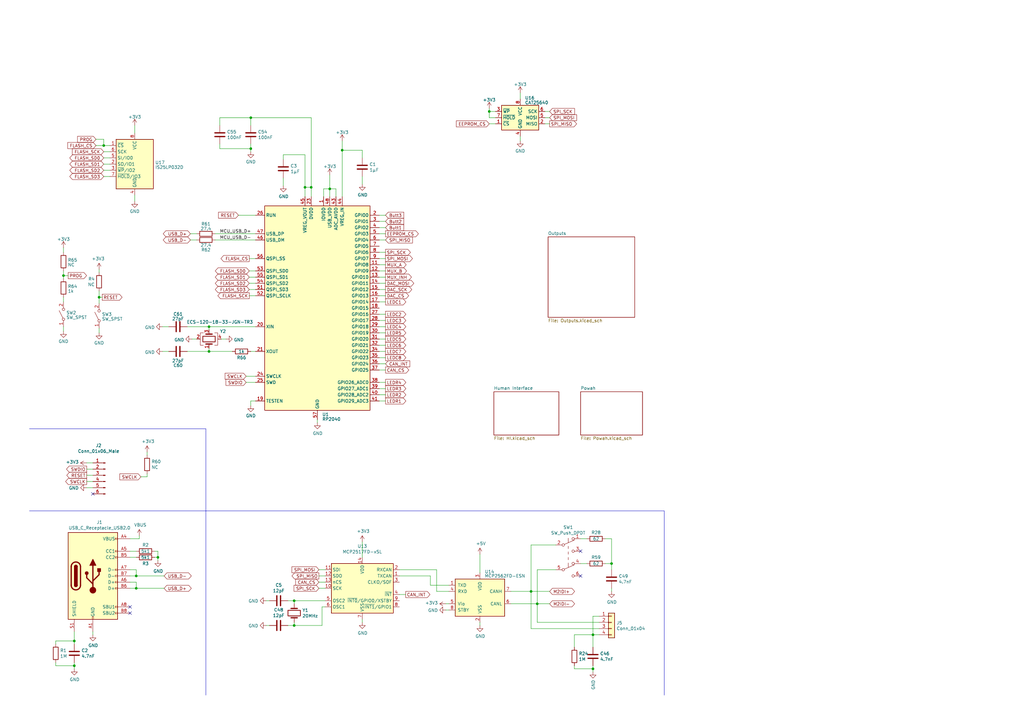
<source format=kicad_sch>
(kicad_sch (version 20231120) (generator "eeschema") (generator_version "8.0")
  (paper "A3")
  (title_block (title "M2IDI - CV16 CORE") (date "2024-06-12") (rev "3.1") (company "GuavTek"))
  (lib_symbols
    (symbol "Connector:Conn_01x06_Pin" (pin_names (offset 1.016) hide)
      (property "Reference" "J" (at 0 7.62 0))
      (property "Value" "Conn_01x06_Pin" (at 0 -10.16 0))
      (symbol "Conn_01x06_Pin_1_1"
        (pin passive line (at 5.08 5.08 180) (length 3.81) (name "Pin_1") (number "1"))
        (pin passive line (at 5.08 2.54 180) (length 3.81) (name "Pin_2") (number "2"))
        (pin passive line (at 5.08 0 180) (length 3.81) (name "Pin_3") (number "3"))
        (pin passive line (at 5.08 -2.54 180) (length 3.81) (name "Pin_4") (number "4"))
        (pin passive line (at 5.08 -5.08 180) (length 3.81) (name "Pin_5") (number "5"))
        (pin passive line (at 5.08 -7.62 180) (length 3.81) (name "Pin_6") (number "6"))
      )
    )
    (symbol "Connector:USB_C_Receptacle_USB2.0" (pin_names (offset 1.016))
      (property "Reference" "J" (at -10.16 19.05 0))
      (property "Value" "USB_C_Receptacle_USB2.0" (at 19.05 19.05 0))
      (symbol "USB_C_Receptacle_USB2.0_1_1"
        (pin passive line (at 0 -22.86 90) (length 5.08) (name "GND") (number "A1"))
        (pin passive line (at 0 -22.86 90) (length 5.08) hide (name "GND") (number "A12"))
        (pin passive line (at 15.24 15.24 180) (length 5.08) (name "VBUS") (number "A4"))
        (pin bidirectional line (at 15.24 10.16 180) (length 5.08) (name "CC1") (number "A5"))
        (pin bidirectional line (at 15.24 -2.54 180) (length 5.08) (name "D+") (number "A6"))
        (pin bidirectional line (at 15.24 2.54 180) (length 5.08) (name "D-") (number "A7"))
        (pin bidirectional line (at 15.24 -12.7 180) (length 5.08) (name "SBU1") (number "A8"))
        (pin passive line (at 15.24 15.24 180) (length 5.08) hide (name "VBUS") (number "A9"))
        (pin passive line (at 0 -22.86 90) (length 5.08) hide (name "GND") (number "B1"))
        (pin passive line (at 0 -22.86 90) (length 5.08) hide (name "GND") (number "B12"))
        (pin passive line (at 15.24 15.24 180) (length 5.08) hide (name "VBUS") (number "B4"))
        (pin bidirectional line (at 15.24 7.62 180) (length 5.08) (name "CC2") (number "B5"))
        (pin bidirectional line (at 15.24 -5.08 180) (length 5.08) (name "D+") (number "B6"))
        (pin bidirectional line (at 15.24 0 180) (length 5.08) (name "D-") (number "B7"))
        (pin bidirectional line (at 15.24 -15.24 180) (length 5.08) (name "SBU2") (number "B8"))
        (pin passive line (at 15.24 15.24 180) (length 5.08) hide (name "VBUS") (number "B9"))
        (pin passive line (at -7.62 -22.86 90) (length 5.08) (name "SHIELD") (number "S1"))
      )
    )
    (symbol "Connector_Generic:Conn_01x04" (pin_names (offset 1.016) hide)
      (property "Reference" "J" (at 0 5.08 0))
      (property "Value" "Conn_01x04" (at 0 -7.62 0))
      (symbol "Conn_01x04_1_1"
        (pin passive line (at -5.08 2.54 0) (length 3.81) (name "Pin_1") (number "1"))
        (pin passive line (at -5.08 0 0) (length 3.81) (name "Pin_2") (number "2"))
        (pin passive line (at -5.08 -2.54 0) (length 3.81) (name "Pin_3") (number "3"))
        (pin passive line (at -5.08 -5.08 0) (length 3.81) (name "Pin_4") (number "4"))
      )
    )
    (symbol "Device:C" (pin_numbers hide) (pin_names (offset 0.254))
      (property "Reference" "C" (at 0.635 2.54 0))
      (property "Value" "C" (at 0.635 -2.54 0))
      (symbol "C_1_1"
        (pin passive line (at 0 3.81 270) (length 2.794) (name "~") (number "1"))
        (pin passive line (at 0 -3.81 90) (length 2.794) (name "~") (number "2"))
      )
    )
    (symbol "Device:Crystal" (pin_numbers hide) (pin_names (offset 1.016) hide)
      (property "Reference" "Y" (at 0 3.81 0))
      (property "Value" "Crystal" (at 0 -3.81 0))
      (symbol "Crystal_1_1"
        (pin passive line (at -3.81 0 0) (length 1.27) (name "1") (number "1"))
        (pin passive line (at 3.81 0 180) (length 1.27) (name "2") (number "2"))
      )
    )
    (symbol "Device:Crystal_GND24" (pin_names (offset 1.016) hide)
      (property "Reference" "Y" (at 3.175 5.08 0))
      (property "Value" "Crystal_GND24" (at 3.175 3.175 0))
      (symbol "Crystal_GND24_1_1"
        (pin passive line (at -3.81 0 0) (length 1.27) (name "1") (number "1"))
        (pin passive line (at 0 5.08 270) (length 1.27) (name "2") (number "2"))
        (pin passive line (at 3.81 0 180) (length 1.27) (name "3") (number "3"))
        (pin passive line (at 0 -5.08 90) (length 1.27) (name "4") (number "4"))
      )
    )
    (symbol "Device:R" (pin_numbers hide) (pin_names (offset 0))
      (property "Reference" "R" (at 2.032 0 90))
      (property "Value" "R" (at 0 0 90))
      (symbol "R_1_1"
        (pin passive line (at 0 3.81 270) (length 1.27) (name "~") (number "1"))
        (pin passive line (at 0 -3.81 90) (length 1.27) (name "~") (number "2"))
      )
    )
    (symbol "Interface_CAN_LIN:MCP2517FD-xSL"
      (property "Reference" "U" (at -12.7 12.7 0))
      (property "Value" "MCP2517FD-xSL" (at 2.54 12.7 0))
      (symbol "MCP2517FD-xSL_1_1"
        (pin output line (at 15.24 5.08 180) (length 2.54) (name "TXCAN") (number "1"))
        (pin input line (at -15.24 0 0) (length 2.54) (name "SCK") (number "10"))
        (pin input line (at -15.24 7.62 0) (length 2.54) (name "SDI") (number "11"))
        (pin output line (at -15.24 5.08 0) (length 2.54) (name "SDO") (number "12"))
        (pin input line (at -15.24 2.54 0) (length 2.54) (name "nCS") (number "13"))
        (pin power_in line (at 0 12.7 270) (length 2.54) (name "VDD") (number "14"))
        (pin input line (at 15.24 7.62 180) (length 2.54) (name "RXCAN") (number "2"))
        (pin output line (at 15.24 2.54 180) (length 2.54) (name "CLKO/SOF") (number "3"))
        (pin output line (at 15.24 -2.54 180) (length 2.54) (name "~{INT}") (number "4"))
        (pin output line (at -15.24 -5.08 0) (length 2.54) (name "OSC2") (number "5"))
        (pin input line (at -15.24 -7.62 0) (length 2.54) (name "OSC1") (number "6"))
        (pin power_in line (at 0 -12.7 90) (length 2.54) (name "VSS") (number "7"))
        (pin bidirectional line (at 15.24 -7.62 180) (length 2.54) (name "~{INT1}/GPIO1") (number "8"))
        (pin bidirectional line (at 15.24 -5.08 180) (length 2.54) (name "~{INT0}/GPIO0/XSTBY") (number "9"))
      )
    )
    (symbol "Interface_CAN_LIN:MCP2562-E-SN" (pin_names (offset 1.016))
      (property "Reference" "U" (at -10.16 8.89 0))
      (property "Value" "MCP2562-E-SN" (at 2.54 8.89 0))
      (symbol "MCP2562-E-SN_1_1"
        (pin input line (at -12.7 5.08 0) (length 2.54) (name "TXD") (number "1"))
        (pin power_in line (at 0 -10.16 90) (length 2.54) (name "VSS") (number "2"))
        (pin power_in line (at 0 10.16 270) (length 2.54) (name "VDD") (number "3"))
        (pin output line (at -12.7 2.54 0) (length 2.54) (name "RXD") (number "4"))
        (pin power_in line (at -12.7 -2.54 0) (length 2.54) (name "Vio") (number "5"))
        (pin bidirectional line (at 12.7 -2.54 180) (length 2.54) (name "CANL") (number "6"))
        (pin bidirectional line (at 12.7 2.54 180) (length 2.54) (name "CANH") (number "7"))
        (pin input line (at -12.7 -5.08 0) (length 2.54) (name "STBY") (number "8"))
      )
    )
    (symbol "MCU_RaspberryPi:RP2040"
      (property "Reference" "U" (at 17.78 45.72 0))
      (property "Value" "RP2040" (at 17.78 43.18 0))
      (symbol "RP2040_1_1"
        (pin power_in line (at 2.54 45.72 270) (length 3.81) (name "IOVDD") (number "1"))
        (pin passive line (at 2.54 45.72 270) (length 3.81) hide (name "IOVDD") (number "10"))
        (pin bidirectional line (at 25.4 17.78 180) (length 3.81) (name "GPIO8") (number "11"))
        (pin bidirectional line (at 25.4 15.24 180) (length 3.81) (name "GPIO9") (number "12"))
        (pin bidirectional line (at 25.4 12.7 180) (length 3.81) (name "GPIO10") (number "13"))
        (pin bidirectional line (at 25.4 10.16 180) (length 3.81) (name "GPIO11") (number "14"))
        (pin bidirectional line (at 25.4 7.62 180) (length 3.81) (name "GPIO12") (number "15"))
        (pin bidirectional line (at 25.4 5.08 180) (length 3.81) (name "GPIO13") (number "16"))
        (pin bidirectional line (at 25.4 2.54 180) (length 3.81) (name "GPIO14") (number "17"))
        (pin bidirectional line (at 25.4 0 180) (length 3.81) (name "GPIO15") (number "18"))
        (pin input line (at -25.4 -38.1 0) (length 3.81) (name "TESTEN") (number "19"))
        (pin bidirectional line (at 25.4 38.1 180) (length 3.81) (name "GPIO0") (number "2"))
        (pin input line (at -25.4 -7.62 0) (length 3.81) (name "XIN") (number "20"))
        (pin passive line (at -25.4 -17.78 0) (length 3.81) (name "XOUT") (number "21"))
        (pin passive line (at 2.54 45.72 270) (length 3.81) hide (name "IOVDD") (number "22"))
        (pin power_in line (at -2.54 45.72 270) (length 3.81) (name "DVDD") (number "23"))
        (pin input line (at -25.4 -27.94 0) (length 3.81) (name "SWCLK") (number "24"))
        (pin bidirectional line (at -25.4 -30.48 0) (length 3.81) (name "SWD") (number "25"))
        (pin input line (at -25.4 38.1 0) (length 3.81) (name "RUN") (number "26"))
        (pin bidirectional line (at 25.4 -2.54 180) (length 3.81) (name "GPIO16") (number "27"))
        (pin bidirectional line (at 25.4 -5.08 180) (length 3.81) (name "GPIO17") (number "28"))
        (pin bidirectional line (at 25.4 -7.62 180) (length 3.81) (name "GPIO18") (number "29"))
        (pin bidirectional line (at 25.4 35.56 180) (length 3.81) (name "GPIO1") (number "3"))
        (pin bidirectional line (at 25.4 -10.16 180) (length 3.81) (name "GPIO19") (number "30"))
        (pin bidirectional line (at 25.4 -12.7 180) (length 3.81) (name "GPIO20") (number "31"))
        (pin bidirectional line (at 25.4 -15.24 180) (length 3.81) (name "GPIO21") (number "32"))
        (pin passive line (at 2.54 45.72 270) (length 3.81) hide (name "IOVDD") (number "33"))
        (pin bidirectional line (at 25.4 -17.78 180) (length 3.81) (name "GPIO22") (number "34"))
        (pin bidirectional line (at 25.4 -20.32 180) (length 3.81) (name "GPIO23") (number "35"))
        (pin bidirectional line (at 25.4 -22.86 180) (length 3.81) (name "GPIO24") (number "36"))
        (pin bidirectional line (at 25.4 -25.4 180) (length 3.81) (name "GPIO25") (number "37"))
        (pin bidirectional line (at 25.4 -30.48 180) (length 3.81) (name "GPIO26_ADC0") (number "38"))
        (pin bidirectional line (at 25.4 -33.02 180) (length 3.81) (name "GPIO27_ADC1") (number "39"))
        (pin bidirectional line (at 25.4 33.02 180) (length 3.81) (name "GPIO2") (number "4"))
        (pin bidirectional line (at 25.4 -35.56 180) (length 3.81) (name "GPIO28_ADC2") (number "40"))
        (pin bidirectional line (at 25.4 -38.1 180) (length 3.81) (name "GPIO29_ADC3") (number "41"))
        (pin passive line (at 2.54 45.72 270) (length 3.81) hide (name "IOVDD") (number "42"))
        (pin power_in line (at 7.62 45.72 270) (length 3.81) (name "ADC_AVDD") (number "43"))
        (pin power_in line (at 10.16 45.72 270) (length 3.81) (name "VREG_IN") (number "44"))
        (pin power_out line (at -5.08 45.72 270) (length 3.81) (name "VREG_VOUT") (number "45"))
        (pin bidirectional line (at -25.4 27.94 0) (length 3.81) (name "USB_DM") (number "46"))
        (pin bidirectional line (at -25.4 30.48 0) (length 3.81) (name "USB_DP") (number "47"))
        (pin power_in line (at 5.08 45.72 270) (length 3.81) (name "USB_VDD") (number "48"))
        (pin passive line (at 2.54 45.72 270) (length 3.81) hide (name "IOVDD") (number "49"))
        (pin bidirectional line (at 25.4 30.48 180) (length 3.81) (name "GPIO3") (number "5"))
        (pin passive line (at -2.54 45.72 270) (length 3.81) hide (name "DVDD") (number "50"))
        (pin bidirectional line (at -25.4 7.62 0) (length 3.81) (name "QSPI_SD3") (number "51"))
        (pin output line (at -25.4 5.08 0) (length 3.81) (name "QSPI_SCLK") (number "52"))
        (pin bidirectional line (at -25.4 15.24 0) (length 3.81) (name "QSPI_SD0") (number "53"))
        (pin bidirectional line (at -25.4 10.16 0) (length 3.81) (name "QSPI_SD2") (number "54"))
        (pin bidirectional line (at -25.4 12.7 0) (length 3.81) (name "QSPI_SD1") (number "55"))
        (pin bidirectional line (at -25.4 20.32 0) (length 3.81) (name "QSPI_SS") (number "56"))
        (pin power_in line (at 0 -45.72 90) (length 3.81) (name "GND") (number "57"))
        (pin bidirectional line (at 25.4 27.94 180) (length 3.81) (name "GPIO4") (number "6"))
        (pin bidirectional line (at 25.4 25.4 180) (length 3.81) (name "GPIO5") (number "7"))
        (pin bidirectional line (at 25.4 22.86 180) (length 3.81) (name "GPIO6") (number "8"))
        (pin bidirectional line (at 25.4 20.32 180) (length 3.81) (name "GPIO7") (number "9"))
      )
    )
    (symbol "Memory_EEPROM:CAT250xxx"
      (property "Reference" "U" (at -7.62 6.35 0))
      (property "Value" "CAT250xxx" (at 2.54 -6.35 0))
      (symbol "CAT250xxx_1_1"
        (pin input line (at -10.16 -2.54 0) (length 2.54) (name "~{CS}") (number "1"))
        (pin tri_state line (at 10.16 -2.54 180) (length 2.54) (name "MISO") (number "2"))
        (pin input line (at -10.16 2.54 0) (length 2.54) (name "~{WP}") (number "3"))
        (pin power_in line (at 0 -7.62 90) (length 2.54) (name "GND") (number "4"))
        (pin input line (at 10.16 0 180) (length 2.54) (name "MOSI") (number "5"))
        (pin input line (at 10.16 2.54 180) (length 2.54) (name "SCK") (number "6"))
        (pin input line (at -10.16 0 0) (length 2.54) (name "~{HOLD}") (number "7"))
        (pin power_in line (at 0 7.62 270) (length 2.54) (name "VCC") (number "8"))
      )
    )
    (symbol "Memory_Flash:AT25SF081-SSHD-X"
      (property "Reference" "U" (at -6.35 11.43 0))
      (property "Value" "AT25SF081-SSHD-X" (at 11.43 11.43 0))
      (symbol "AT25SF081-SSHD-X_1_1"
        (pin input line (at -10.16 7.62 0) (length 2.54) (name "~{CS}") (number "1"))
        (pin bidirectional line (at -10.16 0 0) (length 2.54) (name "SO/IO1") (number "2"))
        (pin bidirectional line (at -10.16 -2.54 0) (length 2.54) (name "~{WP}/IO2") (number "3"))
        (pin power_in line (at 0 -12.7 90) (length 2.54) (name "GND") (number "4"))
        (pin bidirectional line (at -10.16 2.54 0) (length 2.54) (name "SI/IO0") (number "5"))
        (pin input line (at -10.16 5.08 0) (length 2.54) (name "SCK") (number "6"))
        (pin bidirectional line (at -10.16 -5.08 0) (length 2.54) (name "~{HOLD}/IO3") (number "7"))
        (pin power_in line (at 0 12.7 270) (length 2.54) (name "VCC") (number "8"))
      )
    )
    (symbol "Switch:SW_Push_DPDT" (pin_names (offset 0) hide)
      (property "Reference" "SW" (at 0 8.89 0))
      (property "Value" "SW_Push_DPDT" (at 0 -10.16 0))
      (symbol "SW_Push_DPDT_1_1"
        (pin passive line (at 5.08 7.62 180) (length 2.54) (name "A") (number "1"))
        (pin passive line (at -5.08 5.08 0) (length 2.54) (name "B") (number "2"))
        (pin passive line (at 5.08 2.54 180) (length 2.54) (name "C") (number "3"))
        (pin passive line (at 5.08 -2.54 180) (length 2.54) (name "A") (number "4"))
        (pin passive line (at -5.08 -5.08 0) (length 2.54) (name "B") (number "5"))
        (pin passive line (at 5.08 -7.62 180) (length 2.54) (name "C") (number "6"))
      )
    )
    (symbol "Switch:SW_SPST" (pin_names (offset 0) hide)
      (property "Reference" "SW" (at 0 3.175 0))
      (property "Value" "SW_SPST" (at 0 -2.54 0))
      (symbol "SW_SPST_1_1"
        (pin passive line (at -5.08 0 0) (length 2.54) (name "A") (number "1"))
        (pin passive line (at 5.08 0 180) (length 2.54) (name "B") (number "2"))
      )
    )
    (symbol "power:+3V3" (power) (pin_names (offset 0))
      (property "Value" "+3V3" (at 0 3.556 0))
      (symbol "+3V3_1_1"
        (pin power_in line (at 0 0 90) (length 0) hide (name "+3V3") (number "1"))
      )
    )
    (symbol "power:+5V" (power) (pin_names (offset 0))
      (property "Value" "+5V" (at 0 3.556 0))
      (symbol "+5V_1_1"
        (pin power_in line (at 0 0 90) (length 0) hide (name "+5V") (number "1"))
      )
    )
    (symbol "power:GND" (power) (pin_names (offset 0))
      (property "Value" "GND" (at 0 -3.81 0))
      (symbol "GND_1_1"
        (pin power_in line (at 0 0 270) (length 0) hide (name "GND") (number "1"))
      )
    )
    (symbol "power:VBUS" (power) (pin_names (offset 0))
      (property "Value" "VBUS" (at 0 3.81 0))
      (symbol "VBUS_1_1"
        (pin power_in line (at 0 0 90) (length 0) hide (name "VBUS") (number "1"))
      )
    )
  )
  (junction (at 120.65 256.54))
  (junction (at 102.87 60.96))
  (junction (at 30.48 273.05))
  (junction (at 250.825 231.14))
  (junction (at 40.64 121.92))
  (junction (at 55.88 241.3))
  (junction (at 102.87 48.26))
  (junction (at 42.545 59.69))
  (junction (at 217.805 242.57))
  (junction (at 55.88 236.22))
  (junction (at 26.035 113.03))
  (junction (at 30.48 262.89))
  (junction (at 64.77 228.6))
  (junction (at 120.65 246.38))
  (junction (at 125.095 76.835))
  (junction (at 200.66 45.72))
  (junction (at 135.255 77.47))
  (junction (at 140.335 61.595))
  (junction (at 243.205 260.35))
  (junction (at 127.635 76.835))
  (junction (at 243.205 274.32))
  (junction (at 85.725 133.985))
  (junction (at 85.725 144.145))
  (junction (at 220.345 247.65))
  (no_connect (at 53.34 248.92))
  (no_connect (at 238.125 236.22))
  (no_connect (at 53.34 251.46))
  (no_connect (at 38.1 202.565))
  (no_connect (at 238.125 226.06))
  (wire (pts (xy 158.115 149.225) (xy 155.575 149.225)))
  (wire (pts (xy 55.88 238.76) (xy 55.88 241.3)))
  (wire (pts (xy 155.575 98.425) (xy 158.115 98.425)))
  (wire (pts (xy 57.15 219.71) (xy 57.15 220.98)))
  (wire (pts (xy 78.105 95.885) (xy 80.645 95.885)))
  (wire (pts (xy 42.545 69.85) (xy 45.085 69.85)))
  (wire (pts (xy 55.245 51.435) (xy 55.245 54.61)))
  (wire (pts (xy 127.635 80.645) (xy 127.635 76.835)))
  (wire (pts (xy 217.805 257.81) (xy 245.745 257.81)))
  (wire (pts (xy 127.635 48.26) (xy 127.635 76.835)))
  (wire (pts (xy 220.345 247.65) (xy 220.345 255.27)))
  (wire (pts (xy 67.31 241.3) (xy 55.88 241.3)))
  (wire (pts (xy 40.64 119.38) (xy 40.64 121.92)))
  (wire (pts (xy 250.825 220.98) (xy 248.285 220.98)))
  (wire (pts (xy 125.095 76.835) (xy 125.095 80.645)))
  (wire (pts (xy 200.66 50.8) (xy 203.2 50.8)))
  (wire (pts (xy 38.1 189.865) (xy 35.56 189.865)))
  (wire (pts (xy 235.585 260.35) (xy 243.205 260.35)))
  (wire (pts (xy 102.235 116.205) (xy 104.775 116.205)))
  (wire (pts (xy 182.88 250.19) (xy 184.15 250.19)))
  (polyline (pts (xy 12.065 209.55) (xy 84.455 209.55)))
  (wire (pts (xy 78.105 98.425) (xy 80.645 98.425)))
  (wire (pts (xy 76.835 144.145) (xy 85.725 144.145)))
  (wire (pts (xy 60.325 194.31) (xy 60.325 195.58)))
  (wire (pts (xy 118.11 246.38) (xy 120.65 246.38)))
  (wire (pts (xy 155.575 106.045) (xy 158.115 106.045)))
  (wire (pts (xy 27.94 113.03) (xy 26.035 113.03)))
  (wire (pts (xy 26.035 121.92) (xy 26.035 123.825)))
  (wire (pts (xy 55.88 233.68) (xy 55.88 236.22)))
  (wire (pts (xy 66.675 133.985) (xy 69.215 133.985)))
  (wire (pts (xy 209.55 242.57) (xy 217.805 242.57)))
  (wire (pts (xy 155.575 156.845) (xy 158.115 156.845)))
  (wire (pts (xy 140.335 80.645) (xy 140.335 61.595)))
  (wire (pts (xy 66.675 144.145) (xy 69.215 144.145)))
  (wire (pts (xy 63.5 226.06) (xy 64.77 226.06)))
  (wire (pts (xy 104.775 164.465) (xy 102.87 164.465)))
  (wire (pts (xy 155.575 161.925) (xy 158.115 161.925)))
  (wire (pts (xy 102.87 48.26) (xy 102.87 51.435)))
  (wire (pts (xy 238.125 231.14) (xy 240.665 231.14)))
  (wire (pts (xy 35.56 194.945) (xy 38.1 194.945)))
  (wire (pts (xy 55.88 236.22) (xy 67.31 236.22)))
  (wire (pts (xy 26.035 114.3) (xy 26.035 113.03)))
  (wire (pts (xy 100.965 154.305) (xy 104.775 154.305)))
  (wire (pts (xy 250.825 233.68) (xy 250.825 231.14)))
  (wire (pts (xy 163.83 233.68) (xy 179.07 233.68)))
  (wire (pts (xy 55.88 228.6) (xy 53.34 228.6)))
  (wire (pts (xy 39.37 59.69) (xy 42.545 59.69)))
  (wire (pts (xy 135.255 77.47) (xy 135.255 80.645)))
  (wire (pts (xy 85.725 144.145) (xy 85.725 142.875)))
  (wire (pts (xy 135.255 71.755) (xy 135.255 77.47)))
  (wire (pts (xy 200.66 45.72) (xy 200.66 44.45)))
  (wire (pts (xy 158.115 93.345) (xy 155.575 93.345)))
  (wire (pts (xy 250.825 241.3) (xy 250.825 242.57)))
  (wire (pts (xy 118.11 256.54) (xy 120.65 256.54)))
  (wire (pts (xy 220.345 233.68) (xy 227.965 233.68)))
  (wire (pts (xy 158.115 128.905) (xy 155.575 128.905)))
  (wire (pts (xy 155.575 139.065) (xy 158.115 139.065)))
  (wire (pts (xy 40.64 110.49) (xy 40.64 111.76)))
  (wire (pts (xy 26.035 133.985) (xy 26.035 135.89)))
  (wire (pts (xy 30.48 273.05) (xy 30.48 274.32)))
  (wire (pts (xy 39.37 57.15) (xy 42.545 57.15)))
  (wire (pts (xy 102.87 48.26) (xy 90.17 48.26)))
  (wire (pts (xy 223.52 48.26) (xy 225.425 48.26)))
  (wire (pts (xy 26.035 111.125) (xy 26.035 113.03)))
  (wire (pts (xy 109.22 246.38) (xy 110.49 246.38)))
  (wire (pts (xy 217.805 242.57) (xy 217.805 257.81)))
  (wire (pts (xy 88.265 95.885) (xy 104.775 95.885)))
  (wire (pts (xy 158.115 141.605) (xy 155.575 141.605)))
  (wire (pts (xy 120.65 246.38) (xy 133.35 246.38)))
  (wire (pts (xy 64.77 226.06) (xy 64.77 228.6)))
  (wire (pts (xy 220.345 233.68) (xy 220.345 247.65)))
  (wire (pts (xy 140.335 57.785) (xy 140.335 61.595)))
  (wire (pts (xy 235.585 265.43) (xy 235.585 260.35)))
  (wire (pts (xy 90.805 139.065) (xy 92.71 139.065)))
  (wire (pts (xy 243.205 274.32) (xy 243.205 275.59)))
  (wire (pts (xy 42.545 72.39) (xy 45.085 72.39)))
  (wire (pts (xy 22.86 264.16) (xy 22.86 262.89)))
  (wire (pts (xy 158.115 133.985) (xy 155.575 133.985)))
  (wire (pts (xy 116.205 73.025) (xy 116.205 76.2)))
  (wire (pts (xy 132.08 248.92) (xy 133.35 248.92)))
  (wire (pts (xy 235.585 274.32) (xy 235.585 273.05)))
  (wire (pts (xy 35.56 200.025) (xy 38.1 200.025)))
  (wire (pts (xy 163.83 236.22) (xy 176.53 236.22)))
  (wire (pts (xy 90.17 59.055) (xy 90.17 60.96)))
  (wire (pts (xy 179.07 242.57) (xy 184.15 242.57)))
  (wire (pts (xy 57.15 220.98) (xy 53.34 220.98)))
  (wire (pts (xy 155.575 116.205) (xy 158.115 116.205)))
  (wire (pts (xy 55.88 241.3) (xy 53.34 241.3)))
  (wire (pts (xy 148.59 72.39) (xy 148.59 75.565)))
  (wire (pts (xy 35.56 192.405) (xy 38.1 192.405)))
  (wire (pts (xy 148.59 61.595) (xy 148.59 64.77)))
  (wire (pts (xy 166.37 243.84) (xy 163.83 243.84)))
  (wire (pts (xy 120.65 256.54) (xy 120.65 255.27)))
  (wire (pts (xy 102.235 106.045) (xy 104.775 106.045)))
  (wire (pts (xy 158.115 121.285) (xy 155.575 121.285)))
  (wire (pts (xy 35.56 197.485) (xy 38.1 197.485)))
  (polyline (pts (xy 12.065 175.895) (xy 84.455 175.895)))
  (wire (pts (xy 85.725 133.985) (xy 85.725 135.255)))
  (wire (pts (xy 250.825 231.14) (xy 250.825 220.98)))
  (wire (pts (xy 78.74 139.065) (xy 80.645 139.065)))
  (wire (pts (xy 155.575 131.445) (xy 158.115 131.445)))
  (wire (pts (xy 203.2 48.26) (xy 200.66 48.26)))
  (wire (pts (xy 85.725 144.145) (xy 95.25 144.145)))
  (wire (pts (xy 220.345 247.65) (xy 225.425 247.65)))
  (wire (pts (xy 158.115 144.145) (xy 155.575 144.145)))
  (wire (pts (xy 60.325 195.58) (xy 57.785 195.58)))
  (wire (pts (xy 227.965 223.52) (xy 217.805 223.52)))
  (wire (pts (xy 240.665 220.98) (xy 238.125 220.98)))
  (wire (pts (xy 127.635 76.835) (xy 125.095 76.835)))
  (wire (pts (xy 243.205 252.73) (xy 245.745 252.73)))
  (polyline (pts (xy 84.455 209.55) (xy 84.455 285.115)))
  (wire (pts (xy 41.91 121.92) (xy 40.64 121.92)))
  (wire (pts (xy 213.36 55.88) (xy 213.36 57.785)))
  (wire (pts (xy 155.575 164.465) (xy 158.115 164.465)))
  (wire (pts (xy 176.53 236.22) (xy 176.53 240.03)))
  (wire (pts (xy 130.175 172.085) (xy 130.175 173.355)))
  (wire (pts (xy 38.1 260.35) (xy 38.1 259.08)))
  (wire (pts (xy 102.87 48.26) (xy 127.635 48.26)))
  (wire (pts (xy 102.235 121.285) (xy 104.775 121.285)))
  (wire (pts (xy 217.805 223.52) (xy 217.805 242.57)))
  (wire (pts (xy 53.34 236.22) (xy 55.88 236.22)))
  (wire (pts (xy 148.59 228.6) (xy 148.59 222.25)))
  (wire (pts (xy 42.545 64.77) (xy 45.085 64.77)))
  (wire (pts (xy 158.115 103.505) (xy 155.575 103.505)))
  (wire (pts (xy 130.81 236.22) (xy 133.35 236.22)))
  (wire (pts (xy 176.53 240.03) (xy 184.15 240.03)))
  (wire (pts (xy 217.805 242.57) (xy 225.425 242.57)))
  (wire (pts (xy 55.245 80.01) (xy 55.245 82.55)))
  (wire (pts (xy 109.22 256.54) (xy 110.49 256.54)))
  (wire (pts (xy 26.035 101.6) (xy 26.035 103.505)))
  (wire (pts (xy 102.87 60.96) (xy 102.87 62.23)))
  (wire (pts (xy 223.52 45.72) (xy 225.425 45.72)))
  (wire (pts (xy 155.575 136.525) (xy 158.115 136.525)))
  (wire (pts (xy 102.235 113.665) (xy 104.775 113.665)))
  (wire (pts (xy 116.205 63.5) (xy 116.205 65.405)))
  (wire (pts (xy 140.335 61.595) (xy 148.59 61.595)))
  (wire (pts (xy 155.575 118.745) (xy 158.115 118.745)))
  (wire (pts (xy 53.34 233.68) (xy 55.88 233.68)))
  (wire (pts (xy 135.255 77.47) (xy 132.715 77.47)))
  (wire (pts (xy 243.205 260.35) (xy 245.745 260.35)))
  (wire (pts (xy 243.205 260.35) (xy 243.205 265.43)))
  (wire (pts (xy 76.835 133.985) (xy 85.725 133.985)))
  (wire (pts (xy 196.85 234.95) (xy 196.85 227.33)))
  (wire (pts (xy 100.965 156.845) (xy 104.775 156.845)))
  (wire (pts (xy 63.5 228.6) (xy 64.77 228.6)))
  (wire (pts (xy 88.265 98.425) (xy 104.775 98.425)))
  (wire (pts (xy 158.115 88.265) (xy 155.575 88.265)))
  (wire (pts (xy 243.205 274.32) (xy 235.585 274.32)))
  (wire (pts (xy 90.17 60.96) (xy 102.87 60.96)))
  (wire (pts (xy 200.66 45.72) (xy 203.2 45.72)))
  (wire (pts (xy 132.715 77.47) (xy 132.715 80.645)))
  (wire (pts (xy 155.575 90.805) (xy 158.115 90.805)))
  (wire (pts (xy 64.77 228.6) (xy 64.77 229.87)))
  (wire (pts (xy 148.59 255.27) (xy 148.59 254)))
  (wire (pts (xy 155.575 95.885) (xy 158.115 95.885)))
  (wire (pts (xy 120.65 256.54) (xy 132.08 256.54)))
  (wire (pts (xy 40.64 121.92) (xy 40.64 124.46)))
  (wire (pts (xy 60.325 185.42) (xy 60.325 186.69)))
  (wire (pts (xy 22.86 273.05) (xy 30.48 273.05)))
  (wire (pts (xy 137.795 80.645) (xy 137.795 77.47)))
  (wire (pts (xy 30.48 259.08) (xy 30.48 262.89)))
  (wire (pts (xy 42.545 67.31) (xy 45.085 67.31)))
  (wire (pts (xy 120.65 247.65) (xy 120.65 246.38)))
  (wire (pts (xy 248.285 231.14) (xy 250.825 231.14)))
  (wire (pts (xy 243.205 273.05) (xy 243.205 274.32)))
  (wire (pts (xy 30.48 262.89) (xy 30.48 264.16)))
  (wire (pts (xy 53.34 238.76) (xy 55.88 238.76)))
  (wire (pts (xy 158.115 146.685) (xy 155.575 146.685)))
  (wire (pts (xy 102.87 164.465) (xy 102.87 166.37)))
  (wire (pts (xy 102.87 59.055) (xy 102.87 60.96)))
  (wire (pts (xy 102.87 144.145) (xy 104.775 144.145)))
  (wire (pts (xy 223.52 50.8) (xy 225.425 50.8)))
  (wire (pts (xy 42.545 59.69) (xy 45.085 59.69)))
  (wire (pts (xy 155.575 123.825) (xy 158.115 123.825)))
  (wire (pts (xy 158.115 151.765) (xy 155.575 151.765)))
  (wire (pts (xy 213.36 38.1) (xy 213.36 40.64)))
  (wire (pts (xy 42.545 62.23) (xy 45.085 62.23)))
  (wire (pts (xy 137.795 77.47) (xy 135.255 77.47)))
  (wire (pts (xy 97.79 88.265) (xy 104.775 88.265)))
  (wire (pts (xy 90.17 48.26) (xy 90.17 51.435)))
  (wire (pts (xy 102.235 118.745) (xy 104.775 118.745)))
  (wire (pts (xy 155.575 108.585) (xy 158.115 108.585)))
  (wire (pts (xy 200.66 48.26) (xy 200.66 45.72)))
  (wire (pts (xy 155.575 111.125) (xy 158.115 111.125)))
  (wire (pts (xy 132.08 256.54) (xy 132.08 248.92)))
  (polyline (pts (xy 84.455 209.55) (xy 272.415 209.55)))
  (wire (pts (xy 102.235 111.125) (xy 104.775 111.125)))
  (polyline (pts (xy 272.415 209.55) (xy 272.415 285.115)))
  (wire (pts (xy 130.81 241.3) (xy 133.35 241.3)))
  (wire (pts (xy 184.15 247.65) (xy 182.88 247.65)))
  (wire (pts (xy 133.35 238.76) (xy 130.81 238.76)))
  (wire (pts (xy 125.095 76.835) (xy 125.095 63.5)))
  (wire (pts (xy 155.575 159.385) (xy 158.115 159.385)))
  (wire (pts (xy 53.34 226.06) (xy 55.88 226.06)))
  (wire (pts (xy 155.575 113.665) (xy 158.115 113.665)))
  (polyline (pts (xy 84.455 209.55) (xy 84.455 175.895)))
  (wire (pts (xy 30.48 273.05) (xy 30.48 271.78)))
  (wire (pts (xy 125.095 63.5) (xy 116.205 63.5)))
  (wire (pts (xy 22.86 262.89) (xy 30.48 262.89)))
  (wire (pts (xy 40.64 134.62) (xy 40.64 136.525)))
  (wire (pts (xy 209.55 247.65) (xy 220.345 247.65)))
  (wire (pts (xy 179.07 233.68) (xy 179.07 242.57)))
  (wire (pts (xy 85.725 133.985) (xy 104.775 133.985)))
  (wire (pts (xy 22.86 271.78) (xy 22.86 273.05)))
  (wire (pts (xy 196.85 255.27) (xy 196.85 256.54)))
  (wire (pts (xy 42.545 57.15) (xy 42.545 59.69)))
  (wire (pts (xy 220.345 255.27) (xy 245.745 255.27)))
  (wire (pts (xy 243.205 260.35) (xy 243.205 252.73)))
  (wire (pts (xy 130.81 233.68) (xy 133.35 233.68)))
  (label "MCU_USB_D-" (at 90.17 98.425 0))
  (label "MCU_USB_D+" (at 90.17 95.885 0))
  (global_label "DAC_SCK" (shape output) (at 158.115 118.745 0) (property "Intersheetrefs" "${INTERSHEET_REFS}" (effects (hide yes))))
  (global_label "SWCLK" (shape output) (at 35.56 197.485 180) (property "Intersheetrefs" "${INTERSHEET_REFS}" (effects (hide yes))))
  (global_label "LEDR2" (shape output) (at 158.115 161.925 0) (property "Intersheetrefs" "${INTERSHEET_REFS}" (effects (hide yes))))
  (global_label "SPI_MOSI" (shape input) (at 225.425 48.26 0) (property "Intersheetrefs" "${INTERSHEET_REFS}" (effects (hide yes))))
  (global_label "M2IDI-" (shape bidirectional) (at 225.425 247.65 0) (property "Intersheetrefs" "${INTERSHEET_REFS}" (effects (hide yes))))
  (global_label "SWDIO" (shape output) (at 35.56 192.405 180) (property "Intersheetrefs" "${INTERSHEET_REFS}" (effects (hide yes))))
  (global_label "DAC_CS" (shape output) (at 158.115 121.285 0) (property "Intersheetrefs" "${INTERSHEET_REFS}" (effects (hide yes))))
  (global_label "SPI_MISO" (shape output) (at 130.81 236.22 180) (property "Intersheetrefs" "${INTERSHEET_REFS}" (effects (hide yes))))
  (global_label "LEDR1" (shape output) (at 158.115 164.465 0) (property "Intersheetrefs" "${INTERSHEET_REFS}" (effects (hide yes))))
  (global_label "SPI_MOSI" (shape input) (at 130.81 233.68 180) (property "Intersheetrefs" "${INTERSHEET_REFS}" (effects (hide yes))))
  (global_label "CAN_CS" (shape output) (at 158.115 151.765 0) (property "Intersheetrefs" "${INTERSHEET_REFS}" (effects (hide yes))))
  (global_label "LEDR3" (shape output) (at 158.115 159.385 0) (property "Intersheetrefs" "${INTERSHEET_REFS}" (effects (hide yes))))
  (global_label "MUX_B" (shape output) (at 158.115 111.125 0) (property "Intersheetrefs" "${INTERSHEET_REFS}" (effects (hide yes))))
  (global_label "PROG" (shape output) (at 27.94 113.03 0) (property "Intersheetrefs" "${INTERSHEET_REFS}" (effects (hide yes))))
  (global_label "USB_D+" (shape bidirectional) (at 78.105 95.885 180) (property "Intersheetrefs" "${INTERSHEET_REFS}" (effects (hide yes))))
  (global_label "LEDC8" (shape output) (at 158.115 146.685 0) (property "Intersheetrefs" "${INTERSHEET_REFS}" (effects (hide yes))))
  (global_label "CAN_INT" (shape input) (at 158.115 149.225 0) (property "Intersheetrefs" "${INTERSHEET_REFS}" (effects (hide yes))))
  (global_label "CAN_INT" (shape output) (at 166.37 243.84 0) (property "Intersheetrefs" "${INTERSHEET_REFS}" (effects (hide yes))))
  (global_label "LEDC4" (shape output) (at 158.115 133.985 0) (property "Intersheetrefs" "${INTERSHEET_REFS}" (effects (hide yes))))
  (global_label "SWCLK" (shape input) (at 100.965 154.305 180) (property "Intersheetrefs" "${INTERSHEET_REFS}" (effects (hide yes))))
  (global_label "EEPROM_CS" (shape output) (at 158.115 95.885 0) (property "Intersheetrefs" "${INTERSHEET_REFS}" (effects (hide yes))))
  (global_label "USB_D-" (shape bidirectional) (at 78.105 98.425 180) (property "Intersheetrefs" "${INTERSHEET_REFS}" (effects (hide yes))))
  (global_label "Butt2" (shape input) (at 158.115 90.805 0) (property "Intersheetrefs" "${INTERSHEET_REFS}" (effects (hide yes))))
  (global_label "FLASH_CS" (shape output) (at 102.235 106.045 180) (property "Intersheetrefs" "${INTERSHEET_REFS}" (effects (hide yes))))
  (global_label "LEDC5" (shape output) (at 158.115 139.065 0) (property "Intersheetrefs" "${INTERSHEET_REFS}" (effects (hide yes))))
  (global_label "SPI_SCK" (shape input) (at 130.81 241.3 180) (property "Intersheetrefs" "${INTERSHEET_REFS}" (effects (hide yes))))
  (global_label "LEDC1" (shape output) (at 158.115 123.825 0) (property "Intersheetrefs" "${INTERSHEET_REFS}" (effects (hide yes))))
  (global_label "RESET" (shape output) (at 35.56 194.945 180) (property "Intersheetrefs" "${INTERSHEET_REFS}" (effects (hide yes))))
  (global_label "FLASH_SD0" (shape bidirectional) (at 102.235 111.125 180) (property "Intersheetrefs" "${INTERSHEET_REFS}" (effects (hide yes))))
  (global_label "SPI_SCK" (shape input) (at 225.425 45.72 0) (property "Intersheetrefs" "${INTERSHEET_REFS}" (effects (hide yes))))
  (global_label "FLASH_CS" (shape input) (at 39.37 59.69 180) (property "Intersheetrefs" "${INTERSHEET_REFS}" (effects (hide yes))))
  (global_label "EEPROM_CS" (shape input) (at 200.66 50.8 180) (property "Intersheetrefs" "${INTERSHEET_REFS}" (effects (hide yes))))
  (global_label "RESET" (shape output) (at 41.91 121.92 0) (property "Intersheetrefs" "${INTERSHEET_REFS}" (effects (hide yes))))
  (global_label "SPI_MISO" (shape input) (at 158.115 98.425 0) (property "Intersheetrefs" "${INTERSHEET_REFS}" (effects (hide yes))))
  (global_label "DAC_MOSI" (shape output) (at 158.115 116.205 0) (property "Intersheetrefs" "${INTERSHEET_REFS}" (effects (hide yes))))
  (global_label "LEDC2" (shape output) (at 158.115 128.905 0) (property "Intersheetrefs" "${INTERSHEET_REFS}" (effects (hide yes))))
  (global_label "SWDIO" (shape input) (at 100.965 156.845 180) (property "Intersheetrefs" "${INTERSHEET_REFS}" (effects (hide yes))))
  (global_label "RESET" (shape input) (at 97.79 88.265 180) (property "Intersheetrefs" "${INTERSHEET_REFS}" (effects (hide yes))))
  (global_label "CAN_CS" (shape input) (at 130.81 238.76 180) (property "Intersheetrefs" "${INTERSHEET_REFS}" (effects (hide yes))))
  (global_label "SPI_MOSI" (shape output) (at 158.115 106.045 0) (property "Intersheetrefs" "${INTERSHEET_REFS}" (effects (hide yes))))
  (global_label "LEDC7" (shape output) (at 158.115 144.145 0) (property "Intersheetrefs" "${INTERSHEET_REFS}" (effects (hide yes))))
  (global_label "SPI_MISO" (shape output) (at 225.425 50.8 0) (property "Intersheetrefs" "${INTERSHEET_REFS}" (effects (hide yes))))
  (global_label "USB_D+" (shape bidirectional) (at 67.31 241.3 0) (property "Intersheetrefs" "${INTERSHEET_REFS}" (effects (hide yes))))
  (global_label "LEDR4" (shape output) (at 158.115 156.845 0) (property "Intersheetrefs" "${INTERSHEET_REFS}" (effects (hide yes))))
  (global_label "MUX_A" (shape output) (at 158.115 108.585 0) (property "Intersheetrefs" "${INTERSHEET_REFS}" (effects (hide yes))))
  (global_label "FLASH_SD3" (shape bidirectional) (at 42.545 72.39 180) (property "Intersheetrefs" "${INTERSHEET_REFS}" (effects (hide yes))))
  (global_label "SPI_SCK" (shape output) (at 158.115 103.505 0) (property "Intersheetrefs" "${INTERSHEET_REFS}" (effects (hide yes))))
  (global_label "M2IDI+" (shape bidirectional) (at 225.425 242.57 0) (property "Intersheetrefs" "${INTERSHEET_REFS}" (effects (hide yes))))
  (global_label "LEDR5" (shape output) (at 158.115 136.525 0) (property "Intersheetrefs" "${INTERSHEET_REFS}" (effects (hide yes))))
  (global_label "PROG" (shape input) (at 39.37 57.15 180) (property "Intersheetrefs" "${INTERSHEET_REFS}" (effects (hide yes))))
  (global_label "LEDC6" (shape output) (at 158.115 141.605 0) (property "Intersheetrefs" "${INTERSHEET_REFS}" (effects (hide yes))))
  (global_label "MUX_INH" (shape output) (at 158.115 113.665 0) (property "Intersheetrefs" "${INTERSHEET_REFS}" (effects (hide yes))))
  (global_label "FLASH_SD1" (shape bidirectional) (at 102.235 113.665 180) (property "Intersheetrefs" "${INTERSHEET_REFS}" (effects (hide yes))))
  (global_label "FLASH_SCK" (shape output) (at 102.235 121.285 180) (property "Intersheetrefs" "${INTERSHEET_REFS}" (effects (hide yes))))
  (global_label "Butt3" (shape input) (at 158.115 88.265 0) (property "Intersheetrefs" "${INTERSHEET_REFS}" (effects (hide yes))))
  (global_label "FLASH_SD2" (shape bidirectional) (at 42.545 69.85 180) (property "Intersheetrefs" "${INTERSHEET_REFS}" (effects (hide yes))))
  (global_label "FLASH_SD3" (shape bidirectional) (at 102.235 118.745 180) (property "Intersheetrefs" "${INTERSHEET_REFS}" (effects (hide yes))))
  (global_label "FLASH_SD1" (shape bidirectional) (at 42.545 67.31 180) (property "Intersheetrefs" "${INTERSHEET_REFS}" (effects (hide yes))))
  (global_label "FLASH_SD0" (shape bidirectional) (at 42.545 64.77 180) (property "Intersheetrefs" "${INTERSHEET_REFS}" (effects (hide yes))))
  (global_label "SWCLK" (shape input) (at 57.785 195.58 180) (property "Intersheetrefs" "${INTERSHEET_REFS}" (effects (hide yes))))
  (global_label "FLASH_SD2" (shape bidirectional) (at 102.235 116.205 180) (property "Intersheetrefs" "${INTERSHEET_REFS}" (effects (hide yes))))
  (global_label "USB_D-" (shape bidirectional) (at 67.31 236.22 0) (property "Intersheetrefs" "${INTERSHEET_REFS}" (effects (hide yes))))
  (global_label "FLASH_SCK" (shape input) (at 42.545 62.23 180) (property "Intersheetrefs" "${INTERSHEET_REFS}" (effects (hide yes))))
  (global_label "Butt1" (shape input) (at 158.115 93.345 0) (property "Intersheetrefs" "${INTERSHEET_REFS}" (effects (hide yes))))
  (global_label "LEDC3" (shape output) (at 158.115 131.445 0) (property "Intersheetrefs" "${INTERSHEET_REFS}" (effects (hide yes))))
  (symbol (lib_id "power:GND") (at 130.175 173.355 0) (unit 1)
    (property "Reference" "#PWR03" (effects (hide yes)))
    (property "Value" "GND" (at 130.302 177.7492 0))
  )
  (symbol (lib_id "power:GND") (at 35.56 200.025 270) (unit 1)
    (property "Reference" "#PWR07" (effects (hide yes)))
    (property "Value" "GND" (at 32.3088 200.152 90) (effects (justify right)))
  )
  (symbol (lib_id "Device:C") (at 116.205 69.215 0) (unit 1)
    (property "Reference" "C3" (at 119.126 68.0466 0) (effects (justify left)))
    (property "Value" "1µF" (at 119.126 70.358 0) (effects (justify left)))
    (property "Footprint" "Capacitor_SMD:C_0603_1608Metric" (effects (hide yes)))
  )
  (symbol (lib_id "power:GND") (at 116.205 76.2 0) (unit 1)
    (property "Reference" "#PWR0159" (effects (hide yes)))
    (property "Value" "GND" (at 116.332 80.5942 0))
  )
  (symbol (lib_id "Connector_Generic:Conn_01x04") (at 250.825 255.27 0) (unit 1)
    (property "Reference" "J5" (at 252.857 255.4732 0) (effects (justify left)))
    (property "Value" "Conn_01x04" (at 252.857 257.7846 0) (effects (justify left)))
    (property "Footprint" "Custom_FP:MicroMatch_04_Vertical_SMD_Lock" (effects (hide yes)))
  )
  (symbol (lib_id "Device:R") (at 235.585 269.24 0) (unit 1)
    (property "Reference" "R24" (at 237.363 268.0716 0) (effects (justify left)))
    (property "Value" "1M" (at 237.363 270.383 0) (effects (justify left)))
    (property "Footprint" "Resistor_SMD:R_0603_1608Metric" (effects (hide yes)))
  )
  (symbol (lib_id "Device:C") (at 243.205 269.24 0) (unit 1)
    (property "Reference" "C46" (at 246.126 268.0716 0) (effects (justify left)))
    (property "Value" "4.7nF" (at 246.126 270.383 0) (effects (justify left)))
    (property "Footprint" "Capacitor_SMD:C_0603_1608Metric" (effects (hide yes)))
  )
  (symbol (lib_id "power:GND") (at 243.205 275.59 0) (unit 1)
    (property "Reference" "#PWR0205" (effects (hide yes)))
    (property "Value" "GND" (at 243.332 278.8412 90) (effects (justify right)))
  )
  (symbol (lib_id "Device:R") (at 244.475 231.14 270) (unit 1)
    (property "Reference" "R59" (at 244.475 228.6 90))
    (property "Value" "62" (at 244.475 231.14 90))
    (property "Footprint" "Resistor_SMD:R_0805_2012Metric" (effects (hide yes)))
  )
  (symbol (lib_id "Device:R") (at 244.475 220.98 270) (unit 1)
    (property "Reference" "R28" (at 244.475 218.44 90))
    (property "Value" "62" (at 244.475 220.98 90))
    (property "Footprint" "Resistor_SMD:R_0805_2012Metric" (effects (hide yes)))
  )
  (symbol (lib_id "Device:C") (at 250.825 237.49 0) (unit 1)
    (property "Reference" "C49" (at 253.746 236.3216 0) (effects (justify left)))
    (property "Value" "4.7nF" (at 253.746 238.633 0) (effects (justify left)))
    (property "Footprint" "Capacitor_SMD:C_0603_1608Metric" (effects (hide yes)))
  )
  (symbol (lib_id "Device:R") (at 60.325 190.5 0) (unit 1)
    (property "Reference" "R60" (at 62.103 189.3316 0) (effects (justify left)))
    (property "Value" "NC" (at 62.103 191.643 0) (effects (justify left)))
    (property "Footprint" "Resistor_SMD:R_0603_1608Metric" (effects (hide yes)))
  )
  (symbol (lib_id "power:+3V3") (at 60.325 185.42 0) (unit 1)
    (property "Reference" "#PWR0211" (effects (hide yes)))
    (property "Value" "+3V3" (at 60.706 181.0258 0))
  )
  (symbol (lib_id "power:+5V") (at 196.85 227.33 0) (unit 1)
    (property "Reference" "#PWR0179" (effects (hide yes)))
    (property "Value" "+5V" (at 197.231 222.9358 0))
  )
  (symbol (lib_id "power:GND") (at 196.85 256.54 0) (unit 1)
    (property "Reference" "#PWR0180" (effects (hide yes)))
    (property "Value" "GND" (at 196.977 260.9342 0))
  )
  (symbol (lib_id "power:GND") (at 182.88 250.19 270) (unit 1)
    (property "Reference" "#PWR0161" (effects (hide yes)))
    (property "Value" "GND" (at 179.6288 250.317 90) (effects (justify right)))
  )
  (symbol (lib_id "Interface_CAN_LIN:MCP2517FD-xSL") (at 148.59 241.3 0) (unit 1)
    (property "Reference" "U13" (at 148.59 224.0026 0))
    (property "Value" "MCP2517FD-xSL" (at 148.59 226.314 0))
    (property "Footprint" "Package_SO:SOIC-14_3.9x8.7mm_P1.27mm" (effects (hide yes)))
    (property "Datasheet" "https://ww1.microchip.com/downloads/en/DeviceDoc/20005688A.pdf" (effects (hide yes)))
  )
  (symbol (lib_id "power:+3V3") (at 35.56 189.865 90) (unit 1)
    (property "Reference" "#PWR0106" (effects (hide yes)))
    (property "Value" "+3V3" (at 32.3088 189.484 90) (effects (justify left)))
  )
  (symbol (lib_id "Switch:SW_Push_DPDT") (at 233.045 228.6 0) (unit 1)
    (property "Reference" "SW1" (at 233.045 216.281 0))
    (property "Value" "SW_Push_DPDT" (at 233.045 218.5924 0))
    (property "Footprint" "Custom_FP:SlideDPDT_JS202011" (effects (hide yes)))
  )
  (symbol (lib_id "power:+3V3") (at 182.88 247.65 90) (unit 1)
    (property "Reference" "#PWR0181" (effects (hide yes)))
    (property "Value" "+3V3" (at 179.6288 247.269 90) (effects (justify left)))
  )
  (symbol (lib_id "power:GND") (at 148.59 255.27 0) (unit 1)
    (property "Reference" "#PWR0182" (effects (hide yes)))
    (property "Value" "GND" (at 148.717 259.6642 0))
  )
  (symbol (lib_id "power:+3V3") (at 148.59 222.25 0) (unit 1)
    (property "Reference" "#PWR0206" (effects (hide yes)))
    (property "Value" "+3V3" (at 148.971 217.8558 0))
  )
  (symbol (lib_id "Device:R") (at 40.64 115.57 0) (mirror y) (unit 1)
    (property "Reference" "R4" (at 38.862 114.4016 0) (effects (justify left)))
    (property "Value" "NC" (at 38.862 116.713 0) (effects (justify left)))
    (property "Footprint" "Resistor_SMD:R_0603_1608Metric" (effects (hide yes)))
  )
  (symbol (lib_id "power:+3V3") (at 40.64 110.49 0) (mirror y) (unit 1)
    (property "Reference" "#PWR0107" (effects (hide yes)))
    (property "Value" "+3V3" (at 40.259 106.0958 0))
  )
  (symbol (lib_id "Device:Crystal") (at 120.65 251.46 270) (unit 1)
    (property "Reference" "Y1" (at 123.9774 250.2916 90) (effects (justify left)))
    (property "Value" "20MHz" (at 123.9774 252.603 90) (effects (justify left)))
    (property "Footprint" "Custom_FP:Crystal_2pin_2.0x2.5mm" (effects (hide yes)))
  )
  (symbol (lib_id "Device:C") (at 114.3 246.38 270) (unit 1)
    (property "Reference" "C5" (at 114.3 239.9792 90))
    (property "Value" "12pF" (at 114.3 242.2906 90))
    (property "Footprint" "Capacitor_SMD:C_0603_1608Metric" (effects (hide yes)))
  )
  (symbol (lib_id "Device:C") (at 114.3 256.54 270) (unit 1)
    (property "Reference" "C48" (at 114.3 250.1392 90))
    (property "Value" "12pF" (at 114.3 252.4506 90))
    (property "Footprint" "Capacitor_SMD:C_0603_1608Metric" (effects (hide yes)))
  )
  (symbol (lib_id "power:GND") (at 109.22 256.54 270) (unit 1)
    (property "Reference" "#PWR0207" (effects (hide yes)))
    (property "Value" "GND" (at 105.9688 256.667 90) (effects (justify right)))
  )
  (symbol (lib_id "power:GND") (at 109.22 246.38 270) (unit 1)
    (property "Reference" "#PWR0208" (effects (hide yes)))
    (property "Value" "GND" (at 105.9688 246.507 90) (effects (justify right)))
  )
  (symbol (lib_id "power:GND") (at 250.825 242.57 0) (unit 1)
    (property "Reference" "#PWR0160" (effects (hide yes)))
    (property "Value" "GND" (at 250.952 246.9642 0))
  )
  (symbol (lib_id "Connector:USB_C_Receptacle_USB2.0") (at 38.1 236.22 0) (unit 1)
    (property "Reference" "J1" (at 40.8178 214.1982 0))
    (property "Value" "USB_C_Receptacle_USB2.0" (at 40.8178 216.5096 0))
    (property "Footprint" "Connector_USB:USB_C_Receptacle_HRO_TYPE-C-31-M-12" (effects (hide yes)))
    (property "Datasheet" "https://www.usb.org/sites/default/files/documents/usb_type-c.zip" (effects (hide yes)))
  )
  (symbol (lib_id "power:VBUS") (at 57.15 219.71 0) (unit 1)
    (property "Reference" "#PWR0162" (effects (hide yes)))
    (property "Value" "VBUS" (at 57.531 215.3158 0))
  )
  (symbol (lib_id "Device:R") (at 22.86 267.97 0) (unit 1)
    (property "Reference" "R1" (at 24.638 266.8016 0) (effects (justify left)))
    (property "Value" "1M" (at 24.638 269.113 0) (effects (justify left)))
    (property "Footprint" "Resistor_SMD:R_0603_1608Metric" (effects (hide yes)))
  )
  (symbol (lib_id "Device:C") (at 30.48 267.97 0) (unit 1)
    (property "Reference" "C2" (at 33.401 266.8016 0) (effects (justify left)))
    (property "Value" "4.7nF" (at 33.401 269.113 0) (effects (justify left)))
    (property "Footprint" "Capacitor_SMD:C_0603_1608Metric" (effects (hide yes)))
  )
  (symbol (lib_id "power:GND") (at 30.48 274.32 0) (unit 1)
    (property "Reference" "#PWR0164" (effects (hide yes)))
    (property "Value" "GND" (at 30.607 278.7142 0))
  )
  (symbol (lib_id "power:GND") (at 38.1 260.35 0) (unit 1)
    (property "Reference" "#PWR0165" (effects (hide yes)))
    (property "Value" "GND" (at 38.227 264.7442 0))
  )
  (symbol (lib_id "Device:R") (at 59.69 226.06 270) (unit 1)
    (property "Reference" "R2" (at 59.69 223.52 90))
    (property "Value" "5k1" (at 59.69 226.06 90))
    (property "Footprint" "Resistor_SMD:R_0603_1608Metric" (effects (hide yes)))
  )
  (symbol (lib_id "Device:R") (at 59.69 228.6 270) (unit 1)
    (property "Reference" "R3" (at 59.69 231.14 90))
    (property "Value" "5k1" (at 59.69 228.6 90))
    (property "Footprint" "Resistor_SMD:R_0603_1608Metric" (effects (hide yes)))
  )
  (symbol (lib_id "power:GND") (at 64.77 229.87 0) (unit 1)
    (property "Reference" "#PWR0166" (effects (hide yes)))
    (property "Value" "GND" (at 64.897 234.2642 0))
  )
  (symbol (lib_id "Connector:Conn_01x06_Pin") (at 43.18 194.945 0) (mirror y) (unit 1)
    (property "Reference" "J2" (at 40.4368 182.7276 0))
    (property "Value" "Conn_01x06_Male" (at 40.4368 185.039 0))
    (property "Footprint" "Custom_FP:TSM103-DH" (effects (hide yes)))
  )
  (symbol (lib_id "power:GND") (at 102.87 62.23 0) (unit 1)
    (property "Reference" "#PWR072" (effects (hide yes)))
    (property "Value" "GND" (at 102.87 66.3655 0))
  )
  (symbol (lib_id "power:GND") (at 78.74 139.065 270) (unit 1)
    (property "Reference" "#PWR084" (effects (hide yes)))
    (property "Value" "GND" (at 75.5651 139.3818 90) (effects (justify right)))
  )
  (symbol (lib_id "Device:C") (at 148.59 68.58 0) (unit 1)
    (property "Reference" "C1" (at 151.511 67.4116 0) (effects (justify left)))
    (property "Value" "1µF" (at 151.511 69.723 0) (effects (justify left)))
    (property "Footprint" "Capacitor_SMD:C_0603_1608Metric" (effects (hide yes)))
  )
  (symbol (lib_id "power:GND") (at 148.59 75.565 0) (unit 1)
    (property "Reference" "#PWR01" (effects (hide yes)))
    (property "Value" "GND" (at 148.717 79.9592 0))
  )
  (symbol (lib_id "Device:R") (at 99.06 144.145 90) (unit 1)
    (property "Reference" "R66" (at 99.06 146.685 90))
    (property "Value" "1k" (at 99.06 144.145 90))
    (property "Footprint" "Resistor_SMD:R_0603_1608Metric" (effects (hide yes)))
  )
  (symbol (lib_id "power:GND") (at 66.675 133.985 270) (unit 1)
    (property "Reference" "#PWR075" (effects (hide yes)))
    (property "Value" "GND" (at 63.5001 134.3018 90) (effects (justify right)))
  )
  (symbol (lib_id "Device:C") (at 90.17 55.245 0) (unit 1)
    (property "Reference" "C55" (at 93.091 54.0766 0) (effects (justify left)))
    (property "Value" "100nF" (at 93.091 56.388 0) (effects (justify left)))
    (property "Footprint" "Capacitor_SMD:C_0603_1608Metric" (effects (hide yes)))
  )
  (symbol (lib_id "Switch:SW_SPST") (at 40.64 129.54 90) (unit 1)
    (property "Reference" "SW3" (at 41.783 128.8963 90) (effects (justify right)))
    (property "Value" "SW_SPST" (at 41.783 130.8173 90) (effects (justify right)))
    (property "Footprint" "Custom_FP:Tactile_angled_SPST_5x5.4_SMD" (effects (hide yes)))
  )
  (symbol (lib_id "Device:R") (at 26.035 118.11 0) (unit 1)
    (property "Reference" "R64" (at 27.813 117.4663 0) (effects (justify left)))
    (property "Value" "1k" (at 27.813 119.3873 0) (effects (justify left)))
    (property "Footprint" "Resistor_SMD:R_0603_1608Metric" (effects (hide yes)))
  )
  (symbol (lib_id "power:GND") (at 66.675 144.145 270) (unit 1)
    (property "Reference" "#PWR074" (effects (hide yes)))
    (property "Value" "GND" (at 63.5001 144.4618 90) (effects (justify right)))
  )
  (symbol (lib_id "power:GND") (at 213.36 57.785 0) (unit 1)
    (property "Reference" "#PWR060" (effects (hide yes)))
    (property "Value" "GND" (at 213.36 61.9205 0))
  )
  (symbol (lib_id "power:+3V3") (at 55.245 51.435 0) (unit 1)
    (property "Reference" "#PWR066" (effects (hide yes)))
    (property "Value" "+3V3" (at 55.245 47.9331 0))
  )
  (symbol (lib_id "MCU_RaspberryPi:RP2040") (at 130.175 126.365 0) (unit 1)
    (property "Reference" "U1" (at 132.1309 169.9975 0) (effects (justify left)))
    (property "Value" "RP2040" (at 132.1309 171.9185 0) (effects (justify left)))
    (property "Footprint" "Package_DFN_QFN:QFN-56-1EP_7x7mm_P0.4mm_EP3.2x3.2mm" (effects (hide yes)))
    (property "Datasheet" "https://datasheets.raspberrypi.com/rp2040/rp2040-datasheet.pdf" (effects (hide yes)))
  )
  (symbol (lib_id "Interface_CAN_LIN:MCP2562-E-SN") (at 196.85 245.11 0) (unit 1)
    (property "Reference" "U14" (at 198.8059 234.4801 0) (effects (justify left)))
    (property "Value" "MCP2562FD-ESN" (at 198.755 236.22 0) (effects (justify left)))
    (property "Footprint" "Package_SO:SOIC-8_3.9x4.9mm_P1.27mm" (effects (hide yes)))
    (property "Datasheet" "http://ww1.microchip.com/downloads/en/DeviceDoc/25167A.pdf" (effects (hide yes)))
  )
  (symbol (lib_id "power:GND") (at 102.87 166.37 0) (unit 1)
    (property "Reference" "#PWR076" (effects (hide yes)))
    (property "Value" "GND" (at 102.87 170.5055 0))
  )
  (symbol (lib_id "power:GND") (at 26.035 135.89 0) (unit 1)
    (property "Reference" "#PWR078" (effects (hide yes)))
    (property "Value" "GND" (at 26.035 140.0255 0))
  )
  (symbol (lib_id "Device:C") (at 102.87 55.245 0) (unit 1)
    (property "Reference" "C54" (at 105.791 54.0766 0) (effects (justify left)))
    (property "Value" "100nF" (at 105.791 56.388 0) (effects (justify left)))
    (property "Footprint" "Capacitor_SMD:C_0603_1608Metric" (effects (hide yes)))
  )
  (symbol (lib_id "power:+3V3") (at 213.36 38.1 0) (unit 1)
    (property "Reference" "#PWR061" (effects (hide yes)))
    (property "Value" "+3V3" (at 213.36 34.5981 0))
  )
  (symbol (lib_id "Device:R") (at 26.035 107.315 0) (unit 1)
    (property "Reference" "R65" (at 27.813 106.6713 0) (effects (justify left)))
    (property "Value" "NC" (at 27.813 108.5923 0) (effects (justify left)))
    (property "Footprint" "Resistor_SMD:R_0603_1608Metric" (effects (hide yes)))
  )
  (symbol (lib_id "power:GND") (at 55.245 82.55 0) (unit 1)
    (property "Reference" "#PWR067" (effects (hide yes)))
    (property "Value" "GND" (at 55.245 86.6855 0))
  )
  (symbol (lib_id "power:+3V3") (at 135.255 71.755 0) (unit 1)
    (property "Reference" "#PWR069" (effects (hide yes)))
    (property "Value" "+3V3" (at 135.255 68.2531 0))
  )
  (symbol (lib_id "power:GND") (at 92.71 139.065 90) (unit 1)
    (property "Reference" "#PWR083" (effects (hide yes)))
    (property "Value" "GND" (at 95.885 139.3818 90) (effects (justify right)))
  )
  (symbol (lib_id "Memory_Flash:AT25SF081-SSHD-X") (at 55.245 67.31 0) (unit 1)
    (property "Reference" "U17" (at 63.627 66.6663 0) (effects (justify left)))
    (property "Value" "IS25LP032D" (at 63.627 68.5873 0) (effects (justify left)))
    (property "Footprint" "Package_SO:SOIC-8_3.9x4.9mm_P1.27mm" (effects (hide yes)))
    (property "Datasheet" "https://www.adestotech.com/wp-content/uploads/DS-AT25SF081_045.pdf" (effects (hide yes)))
  )
  (symbol (lib_id "power:GND") (at 40.64 136.525 0) (unit 1)
    (property "Reference" "#PWR077" (effects (hide yes)))
    (property "Value" "GND" (at 40.64 140.6605 0))
  )
  (symbol (lib_id "power:+3V3") (at 140.335 57.785 0) (unit 1)
    (property "Reference" "#PWR068" (effects (hide yes)))
    (property "Value" "+3V3" (at 140.335 54.2831 0))
  )
  (symbol (lib_id "Device:C") (at 73.025 133.985 90) (unit 1)
    (property "Reference" "C61" (at 73.025 128.8161 90))
    (property "Value" "27pF" (at 73.025 130.7371 90))
    (property "Footprint" "Capacitor_SMD:C_0603_1608Metric" (effects (hide yes)))
  )
  (symbol (lib_id "power:+3V3") (at 26.035 101.6 0) (unit 1)
    (property "Reference" "#PWR073" (effects (hide yes)))
    (property "Value" "+3V3" (at 26.035 98.0981 0))
  )
  (symbol (lib_id "Device:R") (at 84.455 95.885 90) (unit 1)
    (property "Reference" "R61" (at 84.455 91.8591 90))
    (property "Value" "27.4" (at 84.455 93.7801 90))
    (property "Footprint" "Resistor_SMD:R_0603_1608Metric" (effects (hide yes)))
  )
  (symbol (lib_id "Memory_EEPROM:CAT250xxx") (at 213.36 48.26 0) (unit 1)
    (property "Reference" "U16" (at 215.3159 40.1701 0) (effects (justify left)))
    (property "Value" "CAT25640" (at 215.3159 42.0911 0) (effects (justify left)))
    (property "Footprint" "Package_SO:SO-8_3.9x4.9mm_P1.27mm" (effects (hide yes)))
    (property "Datasheet" "http://www.onsemi.com/PowerSolutions/product.do?id=CAT25040" (effects (hide yes)))
  )
  (symbol (lib_id "Device:C") (at 73.025 144.145 90) (unit 1)
    (property "Reference" "C60" (at 73.025 149.86 90))
    (property "Value" "27pF" (at 73.025 147.955 90))
    (property "Footprint" "Capacitor_SMD:C_0603_1608Metric" (effects (hide yes)))
  )
  (symbol (lib_id "power:+3V3") (at 200.66 44.45 0) (unit 1)
    (property "Reference" "#PWR079" (effects (hide yes)))
    (property "Value" "+3V3" (at 200.66 40.9481 0))
  )
  (symbol (lib_id "Switch:SW_SPST") (at 26.035 128.905 90) (unit 1)
    (property "Reference" "SW2" (at 27.178 128.2613 90) (effects (justify right)))
    (property "Value" "SW_SPST" (at 27.178 130.1823 90) (effects (justify right)))
    (property "Footprint" "Custom_FP:Tactile_angled_SPST_5x5.4_SMD" (effects (hide yes)))
  )
  (symbol (lib_id "Device:Crystal_GND24") (at 85.725 139.065 90) (unit 1)
    (property "Reference" "Y2" (at 91.44 135.89 90))
    (property "Value" "ECS-120-18-33-JGN-TR3" (at 90.17 132.08 90))
    (property "Footprint" "Custom_FP:Crystal_SMD_3225-4Pin_3.2x2.5mm_HandSoldering" (effects (hide yes)))
  )
  (symbol (lib_id "Device:R") (at 84.455 98.425 270) (unit 1)
    (property "Reference" "R62" (at 84.455 102.4509 90))
    (property "Value" "27.4" (at 84.455 100.5299 90))
    (property "Footprint" "Resistor_SMD:R_0603_1608Metric" (effects (hide yes)))
  )
  (sheet (at 238.125 160.655) (size 25.4 17.78)
    (property "Sheetname" "Powah" (at 238.125 159.9434 0) (effects (justify left bottom)))
    (property "Sheetfile" "Powah.kicad_sch" (at 238.125 179.0196 0) (effects (justify left top)))
  )
  (sheet (at 202.565 160.655) (size 26.67 17.78)
    (property "Sheetname" "Human Interface" (at 202.565 159.9434 0) (effects (justify left bottom)))
    (property "Sheetfile" "HI.kicad_sch" (at 202.565 179.0196 0) (effects (justify left top)))
  )
  (sheet (at 224.79 97.155) (size 35.56 33.02) (stroke (width 0.1524))
    (property "Sheetname" "Outputs" (at 224.79 96.4434 0) (effects (justify left bottom)))
    (property "Sheetfile" "Outputs.kicad_sch" (at 224.79 130.7596 0) (effects (justify left top)))
  )
)
</source>
